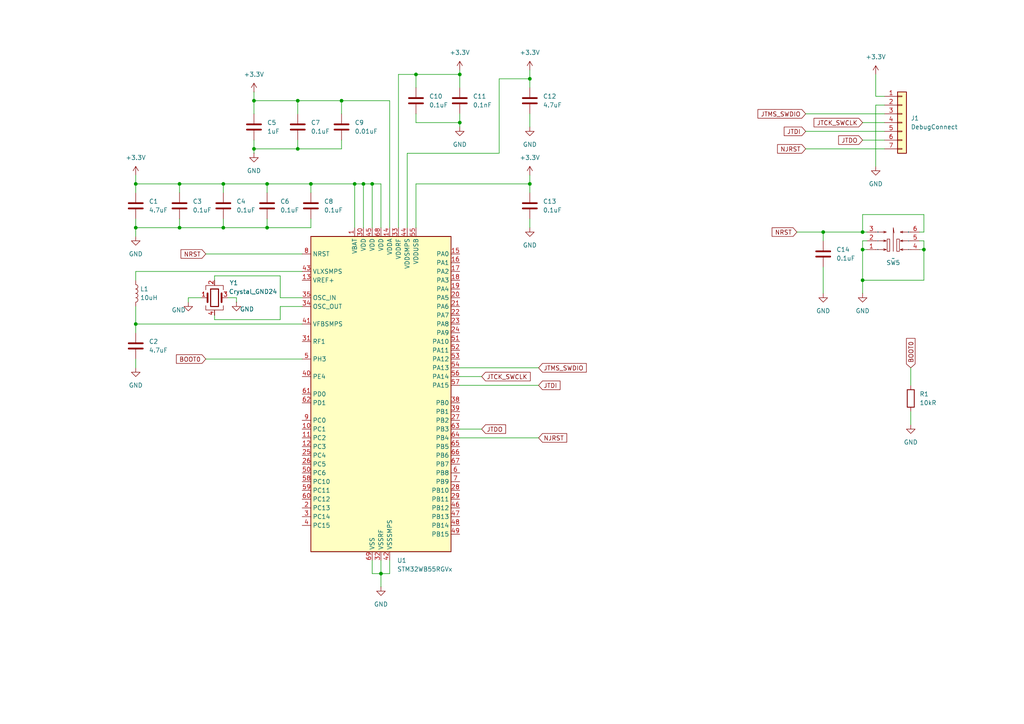
<source format=kicad_sch>
(kicad_sch (version 20250114) (generator "eeschema") (generator_version "9.0")
  (paper "A4")
  (lib_symbols
    (symbol "Connector_Generic:Conn_01x07" (pin_names (offset 1.016) (hide yes))
      (property "Reference" "J" (at 0 10.16 0))
      (property "Value" "Conn_01x07" (at 0 -10.16 0))
      (symbol "Conn_01x07_1_1"
        (rectangle (start -1.27 8.89) (end 1.27 -8.89) (stroke (width 0.254)) (fill (type background)))
        (rectangle (start -1.27 7.747) (end 0 7.493) (stroke (width 0.1524)))
        (rectangle (start -1.27 5.207) (end 0 4.953) (stroke (width 0.1524)))
        (rectangle (start -1.27 2.667) (end 0 2.413) (stroke (width 0.1524)))
        (rectangle (start -1.27 0.127) (end 0 -0.127) (stroke (width 0.1524)))
        (rectangle (start -1.27 -2.413) (end 0 -2.667) (stroke (width 0.1524)))
        (rectangle (start -1.27 -4.953) (end 0 -5.207) (stroke (width 0.1524)))
        (rectangle (start -1.27 -7.493) (end 0 -7.747) (stroke (width 0.1524)))
        (pin passive line (at -5.08 7.62 0) (length 3.81) (name "Pin_1") (number "1"))
        (pin passive line (at -5.08 5.08 0) (length 3.81) (name "Pin_2") (number "2"))
        (pin passive line (at -5.08 2.54 0) (length 3.81) (name "Pin_3") (number "3"))
        (pin passive line (at -5.08 0 0) (length 3.81) (name "Pin_4") (number "4"))
        (pin passive line (at -5.08 -2.54 0) (length 3.81) (name "Pin_5") (number "5"))
        (pin passive line (at -5.08 -5.08 0) (length 3.81) (name "Pin_6") (number "6"))
        (pin passive line (at -5.08 -7.62 0) (length 3.81) (name "Pin_7") (number "7"))
      )
    )
    (symbol "Custom_Parts:Switch_XKB5858"
      (property "Reference" "SW" (at 5.08 2.54 0))
      (symbol "Switch_XKB5858_1_0"
        (rectangle (start -3.048 1.778) (end 0.508 1.016))
        (polyline (pts (xy -3.048 0) (xy 3.81 0) (xy 3.81 0) (xy 2.286 0.254)))
        (rectangle (start -3.048 -1.016) (end 0.508 -1.778))
        (polyline (pts (xy -2.54 5.08) (xy -2.54 2.032) (xy -2.54 2.032) (xy -2.286 2.794)))
        (polyline (pts (xy -2.54 2.032) (xy -2.794 2.794)))
        (polyline (pts (xy -2.54 -2.032) (xy -2.794 -2.794)))
        (polyline (pts (xy -2.54 -5.08) (xy -2.54 -2.032) (xy -2.54 -2.032) (xy -2.286 -2.794)))
        (polyline (pts (xy 0 5.08) (xy 0 2.032) (xy 0 2.032) (xy 0.254 2.794)))
        (polyline (pts (xy 0 2.032) (xy -0.254 2.794)))
        (polyline (pts (xy 0 -2.032) (xy -0.254 -2.794)))
        (polyline (pts (xy 0 -5.08) (xy 0 -2.032) (xy 0 -2.032) (xy 0.254 -2.794)))
        (polyline (pts (xy 2.54 5.08) (xy 2.54 2.032) (xy 2.54 2.032) (xy 2.794 2.794)))
        (polyline (pts (xy 2.54 2.032) (xy 2.286 2.794)))
        (polyline (pts (xy 2.54 -2.032) (xy 2.286 -2.794)))
        (polyline (pts (xy 2.54 -5.08) (xy 2.54 -2.032) (xy 2.54 -2.032) (xy 2.794 -2.794)))
        (pin unspecified line (at -2.54 7.62 270) (length 2.54) (name "4") (number "4"))
        (pin unspecified line (at -2.54 -7.62 90) (length 2.54) (name "1") (number "1"))
        (pin unspecified line (at 0 7.62 270) (length 2.54) (name "5") (number "5"))
        (pin unspecified line (at 0 -7.62 90) (length 2.54) (name "2") (number "2"))
        (pin unspecified line (at 2.54 7.62 270) (length 2.54) (name "6") (number "6"))
        (pin unspecified line (at 2.54 -7.62 90) (length 2.54) (name "3") (number "3"))
      )
    )
    (symbol "Device:C" (pin_numbers (hide yes)) (pin_names (offset 0.254))
      (property "Reference" "C" (at 0.635 2.54 0))
      (property "Value" "C" (at 0.635 -2.54 0))
      (symbol "C_0_1"
        (polyline (pts (xy -2.032 0.762) (xy 2.032 0.762)) (stroke (width 0.508)))
        (polyline (pts (xy -2.032 -0.762) (xy 2.032 -0.762)) (stroke (width 0.508)))
      )
      (symbol "C_1_1"
        (pin passive line (at 0 3.81 270) (length 2.794) (name "~") (number "1"))
        (pin passive line (at 0 -3.81 90) (length 2.794) (name "~") (number "2"))
      )
    )
    (symbol "Device:Crystal_GND24" (pin_names (offset 1.016) (hide yes))
      (property "Reference" "Y" (at 3.175 5.08 0))
      (property "Value" "Crystal_GND24" (at 3.175 3.175 0))
      (symbol "Crystal_GND24_0_1"
        (polyline (pts (xy -2.54 2.286) (xy -2.54 3.556) (xy 2.54 3.556) (xy 2.54 2.286)))
        (polyline (pts (xy -2.54 0) (xy -2.032 0)))
        (polyline (pts (xy -2.54 -2.286) (xy -2.54 -3.556) (xy 2.54 -3.556) (xy 2.54 -2.286)))
        (polyline (pts (xy -2.032 -1.27) (xy -2.032 1.27)) (stroke (width 0.508)))
        (rectangle (start -1.143 2.54) (end 1.143 -2.54) (stroke (width 0.3048)))
        (polyline (pts (xy 0 3.556) (xy 0 3.81)))
        (polyline (pts (xy 0 -3.81) (xy 0 -3.556)))
        (polyline (pts (xy 2.032 0) (xy 2.54 0)))
        (polyline (pts (xy 2.032 -1.27) (xy 2.032 1.27)) (stroke (width 0.508)))
      )
      (symbol "Crystal_GND24_1_1"
        (pin passive line (at -3.81 0 0) (length 1.27) (name "1") (number "1"))
        (pin passive line (at 0 5.08 270) (length 1.27) (name "2") (number "2"))
        (pin passive line (at 0 -5.08 90) (length 1.27) (name "4") (number "4"))
        (pin passive line (at 3.81 0 180) (length 1.27) (name "3") (number "3"))
      )
    )
    (symbol "Device:L" (pin_numbers (hide yes)) (pin_names (offset 1.016) (hide yes))
      (property "Reference" "L" (at -1.27 0 90))
      (property "Value" "L" (at 1.905 0 90))
      (symbol "L_0_1"
        (arc (start 0 2.54) (mid 0.6323 1.905) (end 0 1.27))
        (arc (start 0 1.27) (mid 0.6323 0.635) (end 0 0))
        (arc (start 0 0) (mid 0.6323 -0.635) (end 0 -1.27))
        (arc (start 0 -1.27) (mid 0.6323 -1.905) (end 0 -2.54))
      )
      (symbol "L_1_1"
        (pin passive line (at 0 3.81 270) (length 1.27) (name "1") (number "1"))
        (pin passive line (at 0 -3.81 90) (length 1.27) (name "2") (number "2"))
      )
    )
    (symbol "Device:R" (pin_numbers (hide yes)) (pin_names (offset 0))
      (property "Reference" "R" (at 2.032 0 90))
      (property "Value" "R" (at 0 0 90))
      (symbol "R_0_1"
        (rectangle (start -1.016 -2.54) (end 1.016 2.54) (stroke (width 0.254)))
      )
      (symbol "R_1_1"
        (pin passive line (at 0 3.81 270) (length 1.27) (name "~") (number "1"))
        (pin passive line (at 0 -3.81 90) (length 1.27) (name "~") (number "2"))
      )
    )
    (symbol "MCU_ST_STM32WB:STM32WB55RGVx"
      (property "Reference" "U" (at -20.32 46.99 0))
      (property "Value" "STM32WB55RGVx" (at 12.7 46.99 0))
      (symbol "STM32WB55RGVx_0_1"
        (rectangle (start -20.32 -45.72) (end 20.32 45.72) (stroke (width 0.254)) (fill (type background)))
      )
      (symbol "STM32WB55RGVx_1_1"
        (pin input line (at -22.86 40.64 0) (length 2.54) (name "NRST") (number "8"))
        (pin power_in line (at -22.86 35.56 0) (length 2.54) (name "VLXSMPS") (number "43"))
        (pin input line (at -22.86 33.02 0) (length 2.54) (name "VREF+") (number "13"))
        (pin input line (at -22.86 27.94 0) (length 2.54) (name "OSC_IN") (number "35"))
        (pin input line (at -22.86 25.4 0) (length 2.54) (name "OSC_OUT") (number "34"))
        (pin input line (at -22.86 20.32 0) (length 2.54) (name "VFBSMPS") (number "41"))
        (pin bidirectional line (at -22.86 15.24 0) (length 2.54) (name "RF1") (number "31"))
        (pin bidirectional line (at -22.86 10.16 0) (length 2.54) (name "PH3") (number "5"))
        (pin bidirectional line (at -22.86 5.08 0) (length 2.54) (name "PE4") (number "40"))
        (pin bidirectional line (at -22.86 0 0) (length 2.54) (name "PD0") (number "61"))
        (pin bidirectional line (at -22.86 -2.54 0) (length 2.54) (name "PD1") (number "62"))
        (pin bidirectional line (at -22.86 -7.62 0) (length 2.54) (name "PC0") (number "9"))
        (pin bidirectional line (at -22.86 -10.16 0) (length 2.54) (name "PC1") (number "10"))
        (pin bidirectional line (at -22.86 -12.7 0) (length 2.54) (name "PC2") (number "11"))
        (pin bidirectional line (at -22.86 -15.24 0) (length 2.54) (name "PC3") (number "12"))
        (pin bidirectional line (at -22.86 -17.78 0) (length 2.54) (name "PC4") (number "25"))
        (pin bidirectional line (at -22.86 -20.32 0) (length 2.54) (name "PC5") (number "26"))
        (pin bidirectional line (at -22.86 -22.86 0) (length 2.54) (name "PC6") (number "50"))
        (pin bidirectional line (at -22.86 -25.4 0) (length 2.54) (name "PC10") (number "58"))
        (pin bidirectional line (at -22.86 -27.94 0) (length 2.54) (name "PC11") (number "59"))
        (pin bidirectional line (at -22.86 -30.48 0) (length 2.54) (name "PC12") (number "60"))
        (pin bidirectional line (at -22.86 -33.02 0) (length 2.54) (name "PC13") (number "2"))
        (pin bidirectional line (at -22.86 -35.56 0) (length 2.54) (name "PC14") (number "3"))
        (pin bidirectional line (at -22.86 -38.1 0) (length 2.54) (name "PC15") (number "4"))
        (pin no_connect line (at -20.32 -43.18 0) (length 2.54) (hide yes) (name "AT1") (number "37"))
        (pin no_connect line (at -20.32 -45.72 0) (length 2.54) (hide yes) (name "AT0") (number "36"))
        (pin power_in line (at -7.62 48.26 270) (length 2.54) (name "VBAT") (number "1"))
        (pin power_in line (at -5.08 48.26 270) (length 2.54) (name "VDD") (number "30"))
        (pin power_in line (at -2.54 48.26 270) (length 2.54) (name "VDD") (number "45"))
        (pin power_in line (at -2.54 -48.26 90) (length 2.54) (name "VSS") (number "69"))
        (pin power_in line (at 0 48.26 270) (length 2.54) (name "VDD") (number "68"))
        (pin power_in line (at 0 -48.26 90) (length 2.54) (name "VSSRF") (number "32"))
        (pin power_in line (at 2.54 48.26 270) (length 2.54) (name "VDDA") (number "14"))
        (pin power_in line (at 2.54 -48.26 90) (length 2.54) (name "VSSSMPS") (number "42"))
        (pin power_in line (at 5.08 48.26 270) (length 2.54) (name "VDDRF") (number "33"))
        (pin power_in line (at 7.62 48.26 270) (length 2.54) (name "VDDSMPS") (number "44"))
        (pin power_in line (at 10.16 48.26 270) (length 2.54) (name "VDDUSB") (number "55"))
        (pin bidirectional line (at 22.86 40.64 180) (length 2.54) (name "PA0") (number "15"))
        (pin bidirectional line (at 22.86 38.1 180) (length 2.54) (name "PA1") (number "16"))
        (pin bidirectional line (at 22.86 35.56 180) (length 2.54) (name "PA2") (number "17"))
        (pin bidirectional line (at 22.86 33.02 180) (length 2.54) (name "PA3") (number "18"))
        (pin bidirectional line (at 22.86 30.48 180) (length 2.54) (name "PA4") (number "19"))
        (pin bidirectional line (at 22.86 27.94 180) (length 2.54) (name "PA5") (number "20"))
        (pin bidirectional line (at 22.86 25.4 180) (length 2.54) (name "PA6") (number "21"))
        (pin bidirectional line (at 22.86 22.86 180) (length 2.54) (name "PA7") (number "22"))
        (pin bidirectional line (at 22.86 20.32 180) (length 2.54) (name "PA8") (number "23"))
        (pin bidirectional line (at 22.86 17.78 180) (length 2.54) (name "PA9") (number "24"))
        (pin bidirectional line (at 22.86 15.24 180) (length 2.54) (name "PA10") (number "51"))
        (pin bidirectional line (at 22.86 12.7 180) (length 2.54) (name "PA11") (number "52"))
        (pin bidirectional line (at 22.86 10.16 180) (length 2.54) (name "PA12") (number "53"))
        (pin bidirectional line (at 22.86 7.62 180) (length 2.54) (name "PA13") (number "54"))
        (pin bidirectional line (at 22.86 5.08 180) (length 2.54) (name "PA14") (number "56"))
        (pin bidirectional line (at 22.86 2.54 180) (length 2.54) (name "PA15") (number "57"))
        (pin bidirectional line (at 22.86 -2.54 180) (length 2.54) (name "PB0") (number "38"))
        (pin bidirectional line (at 22.86 -5.08 180) (length 2.54) (name "PB1") (number "39"))
        (pin bidirectional line (at 22.86 -7.62 180) (length 2.54) (name "PB2") (number "27"))
        (pin bidirectional line (at 22.86 -10.16 180) (length 2.54) (name "PB3") (number "63"))
        (pin bidirectional line (at 22.86 -12.7 180) (length 2.54) (name "PB4") (number "64"))
        (pin bidirectional line (at 22.86 -15.24 180) (length 2.54) (name "PB5") (number "65"))
        (pin bidirectional line (at 22.86 -17.78 180) (length 2.54) (name "PB6") (number "66"))
        (pin bidirectional line (at 22.86 -20.32 180) (length 2.54) (name "PB7") (number "67"))
        (pin bidirectional line (at 22.86 -22.86 180) (length 2.54) (name "PB8") (number "6"))
        (pin bidirectional line (at 22.86 -25.4 180) (length 2.54) (name "PB9") (number "7"))
        (pin bidirectional line (at 22.86 -27.94 180) (length 2.54) (name "PB10") (number "28"))
        (pin bidirectional line (at 22.86 -30.48 180) (length 2.54) (name "PB11") (number "29"))
        (pin bidirectional line (at 22.86 -33.02 180) (length 2.54) (name "PB12") (number "46"))
        (pin bidirectional line (at 22.86 -35.56 180) (length 2.54) (name "PB13") (number "47"))
        (pin bidirectional line (at 22.86 -38.1 180) (length 2.54) (name "PB14") (number "48"))
        (pin bidirectional line (at 22.86 -40.64 180) (length 2.54) (name "PB15") (number "49"))
      )
    )
    (symbol "power:+3.3V" (power) (pin_numbers (hide yes)) (pin_names (offset 0) (hide yes))
      (property "Value" "+3.3V" (at 0 3.556 0))
      (symbol "+3.3V_0_1"
        (polyline (pts (xy -0.762 1.27) (xy 0 2.54)))
        (polyline (pts (xy 0 2.54) (xy 0.762 1.27)))
        (polyline (pts (xy 0 0) (xy 0 2.54)))
      )
      (symbol "+3.3V_1_1"
        (pin power_in line (at 0 0 90) (length 0) (name "~") (number "1"))
      )
    )
    (symbol "power:GND" (power) (pin_numbers (hide yes)) (pin_names (offset 0) (hide yes))
      (property "Value" "GND" (at 0 -3.81 0))
      (symbol "GND_0_1"
        (polyline (pts (xy 0 0) (xy 0 -1.27) (xy 1.27 -1.27) (xy 0 -2.54) (xy -1.27 -1.27) (xy 0 -1.27)))
      )
      (symbol "GND_1_1"
        (pin power_in line (at 0 0 270) (length 0) (name "~") (number "1"))
      )
    )
  )
  (junction (at 77.47 53.34))
  (junction (at 120.65 21.59))
  (junction (at 52.07 53.34))
  (junction (at 238.76 67.31))
  (junction (at 153.67 53.34))
  (junction (at 64.77 53.34))
  (junction (at 250.19 72.39))
  (junction (at 73.66 29.21))
  (junction (at 102.87 53.34))
  (junction (at 133.35 35.56))
  (junction (at 86.36 29.21))
  (junction (at 250.19 67.31))
  (junction (at 86.36 43.18))
  (junction (at 133.35 21.59))
  (junction (at 110.49 166.37))
  (junction (at 39.37 93.98))
  (junction (at 39.37 53.34))
  (junction (at 64.77 66.04))
  (junction (at 73.66 43.18))
  (junction (at 90.17 53.34))
  (junction (at 267.97 72.39))
  (junction (at 153.67 22.86))
  (junction (at 52.07 66.04))
  (junction (at 99.06 29.21))
  (junction (at 107.95 53.34))
  (junction (at 250.19 81.28))
  (junction (at 39.37 66.04))
  (junction (at 77.47 66.04))
  (junction (at 105.41 53.34))
  (wire (pts (xy 133.35 106.68) (xy 156.21 106.68)))
  (wire (pts (xy 120.65 33.02) (xy 120.65 35.56)))
  (wire (pts (xy 264.16 106.68) (xy 264.16 111.76)))
  (wire (pts (xy 267.97 67.31) (xy 267.97 62.23)))
  (wire (pts (xy 99.06 40.64) (xy 99.06 43.18)))
  (wire (pts (xy 66.04 86.36) (xy 68.58 86.36)))
  (wire (pts (xy 39.37 88.9) (xy 39.37 93.98)))
  (wire (pts (xy 62.23 92.71) (xy 81.28 92.71)))
  (wire (pts (xy 39.37 104.14) (xy 39.37 106.68)))
  (wire (pts (xy 39.37 50.8) (xy 39.37 53.34)))
  (wire (pts (xy 113.03 166.37) (xy 113.03 162.56)))
  (wire (pts (xy 73.66 43.18) (xy 73.66 44.45)))
  (wire (pts (xy 120.65 21.59) (xy 120.65 25.4)))
  (wire (pts (xy 86.36 40.64) (xy 86.36 43.18)))
  (wire (pts (xy 238.76 77.47) (xy 238.76 85.09)))
  (wire (pts (xy 87.63 86.36) (xy 81.28 86.36)))
  (wire (pts (xy 133.35 109.22) (xy 139.7 109.22)))
  (wire (pts (xy 52.07 53.34) (xy 64.77 53.34)))
  (wire (pts (xy 73.66 26.67) (xy 73.66 29.21)))
  (wire (pts (xy 254 21.59) (xy 254 27.94)))
  (wire (pts (xy 73.66 29.21) (xy 73.66 33.02)))
  (wire (pts (xy 68.58 86.36) (xy 68.58 87.63)))
  (wire (pts (xy 267.97 81.28) (xy 267.97 72.39)))
  (wire (pts (xy 256.54 33.02) (xy 233.68 33.02)))
  (wire (pts (xy 90.17 53.34) (xy 90.17 55.88)))
  (wire (pts (xy 64.77 63.5) (xy 64.77 66.04)))
  (wire (pts (xy 107.95 53.34) (xy 107.95 66.04)))
  (wire (pts (xy 52.07 66.04) (xy 64.77 66.04)))
  (wire (pts (xy 87.63 93.98) (xy 39.37 93.98)))
  (wire (pts (xy 133.35 36.83) (xy 133.35 35.56)))
  (wire (pts (xy 144.78 22.86) (xy 153.67 22.86)))
  (wire (pts (xy 251.46 69.85) (xy 250.19 69.85)))
  (wire (pts (xy 113.03 29.21) (xy 113.03 66.04)))
  (wire (pts (xy 73.66 40.64) (xy 73.66 43.18)))
  (wire (pts (xy 99.06 29.21) (xy 113.03 29.21)))
  (wire (pts (xy 39.37 53.34) (xy 52.07 53.34)))
  (wire (pts (xy 110.49 166.37) (xy 110.49 170.18)))
  (wire (pts (xy 256.54 30.48) (xy 254 30.48)))
  (wire (pts (xy 81.28 86.36) (xy 81.28 80.01)))
  (wire (pts (xy 250.19 67.31) (xy 251.46 67.31)))
  (wire (pts (xy 81.28 88.9) (xy 87.63 88.9)))
  (wire (pts (xy 250.19 81.28) (xy 250.19 72.39)))
  (wire (pts (xy 133.35 33.02) (xy 133.35 35.56)))
  (wire (pts (xy 64.77 53.34) (xy 64.77 55.88)))
  (wire (pts (xy 77.47 53.34) (xy 77.47 55.88)))
  (wire (pts (xy 102.87 53.34) (xy 102.87 66.04)))
  (wire (pts (xy 256.54 27.94) (xy 254 27.94)))
  (wire (pts (xy 102.87 53.34) (xy 105.41 53.34)))
  (wire (pts (xy 133.35 25.4) (xy 133.35 21.59)))
  (wire (pts (xy 86.36 29.21) (xy 86.36 33.02)))
  (wire (pts (xy 54.61 86.36) (xy 58.42 86.36)))
  (wire (pts (xy 254 30.48) (xy 254 48.26)))
  (wire (pts (xy 153.67 53.34) (xy 153.67 55.88)))
  (wire (pts (xy 62.23 91.44) (xy 62.23 92.71)))
  (wire (pts (xy 86.36 29.21) (xy 99.06 29.21)))
  (wire (pts (xy 266.7 67.31) (xy 267.97 67.31)))
  (wire (pts (xy 86.36 43.18) (xy 73.66 43.18)))
  (wire (pts (xy 120.65 35.56) (xy 133.35 35.56)))
  (wire (pts (xy 90.17 53.34) (xy 102.87 53.34)))
  (wire (pts (xy 133.35 111.76) (xy 156.21 111.76)))
  (wire (pts (xy 153.67 22.86) (xy 153.67 25.4)))
  (wire (pts (xy 105.41 53.34) (xy 107.95 53.34)))
  (wire (pts (xy 153.67 33.02) (xy 153.67 36.83)))
  (wire (pts (xy 59.69 73.66) (xy 87.63 73.66)))
  (wire (pts (xy 52.07 53.34) (xy 52.07 55.88)))
  (wire (pts (xy 107.95 162.56) (xy 107.95 166.37)))
  (wire (pts (xy 39.37 93.98) (xy 39.37 96.52)))
  (wire (pts (xy 110.49 162.56) (xy 110.49 166.37)))
  (wire (pts (xy 250.19 72.39) (xy 251.46 72.39)))
  (wire (pts (xy 64.77 66.04) (xy 77.47 66.04)))
  (wire (pts (xy 266.7 72.39) (xy 267.97 72.39)))
  (wire (pts (xy 238.76 67.31) (xy 238.76 69.85)))
  (wire (pts (xy 115.57 66.04) (xy 115.57 21.59)))
  (wire (pts (xy 153.67 20.32) (xy 153.67 22.86)))
  (wire (pts (xy 120.65 53.34) (xy 153.67 53.34)))
  (wire (pts (xy 62.23 80.01) (xy 62.23 81.28)))
  (wire (pts (xy 81.28 80.01) (xy 62.23 80.01)))
  (wire (pts (xy 267.97 62.23) (xy 250.19 62.23)))
  (wire (pts (xy 115.57 21.59) (xy 120.65 21.59)))
  (wire (pts (xy 39.37 66.04) (xy 52.07 66.04)))
  (wire (pts (xy 153.67 63.5) (xy 153.67 66.04)))
  (wire (pts (xy 107.95 53.34) (xy 110.49 53.34)))
  (wire (pts (xy 267.97 72.39) (xy 267.97 69.85)))
  (wire (pts (xy 99.06 29.21) (xy 99.06 33.02)))
  (wire (pts (xy 39.37 63.5) (xy 39.37 66.04)))
  (wire (pts (xy 120.65 66.04) (xy 120.65 53.34)))
  (wire (pts (xy 99.06 43.18) (xy 86.36 43.18)))
  (wire (pts (xy 153.67 50.8) (xy 153.67 53.34)))
  (wire (pts (xy 264.16 119.38) (xy 264.16 123.19)))
  (wire (pts (xy 73.66 29.21) (xy 86.36 29.21)))
  (wire (pts (xy 231.14 67.31) (xy 238.76 67.31)))
  (wire (pts (xy 256.54 40.64) (xy 250.19 40.64)))
  (wire (pts (xy 81.28 92.71) (xy 81.28 88.9)))
  (wire (pts (xy 118.11 44.45) (xy 144.78 44.45)))
  (wire (pts (xy 250.19 72.39) (xy 250.19 69.85)))
  (wire (pts (xy 77.47 63.5) (xy 77.47 66.04)))
  (wire (pts (xy 105.41 53.34) (xy 105.41 66.04)))
  (wire (pts (xy 110.49 166.37) (xy 113.03 166.37)))
  (wire (pts (xy 256.54 38.1) (xy 233.68 38.1)))
  (wire (pts (xy 133.35 124.46) (xy 139.7 124.46)))
  (wire (pts (xy 118.11 66.04) (xy 118.11 44.45)))
  (wire (pts (xy 64.77 53.34) (xy 77.47 53.34)))
  (wire (pts (xy 52.07 63.5) (xy 52.07 66.04)))
  (wire (pts (xy 256.54 35.56) (xy 250.19 35.56)))
  (wire (pts (xy 59.69 104.14) (xy 87.63 104.14)))
  (wire (pts (xy 250.19 81.28) (xy 267.97 81.28)))
  (wire (pts (xy 39.37 78.74) (xy 39.37 81.28)))
  (wire (pts (xy 77.47 66.04) (xy 90.17 66.04)))
  (wire (pts (xy 250.19 85.09) (xy 250.19 81.28)))
  (wire (pts (xy 238.76 67.31) (xy 250.19 67.31)))
  (wire (pts (xy 110.49 66.04) (xy 110.49 53.34)))
  (wire (pts (xy 54.61 87.63) (xy 54.61 86.36)))
  (wire (pts (xy 266.7 69.85) (xy 267.97 69.85)))
  (wire (pts (xy 133.35 21.59) (xy 120.65 21.59)))
  (wire (pts (xy 107.95 166.37) (xy 110.49 166.37)))
  (wire (pts (xy 250.19 62.23) (xy 250.19 67.31)))
  (wire (pts (xy 77.47 53.34) (xy 90.17 53.34)))
  (wire (pts (xy 87.63 78.74) (xy 39.37 78.74)))
  (wire (pts (xy 256.54 43.18) (xy 233.68 43.18)))
  (wire (pts (xy 133.35 20.32) (xy 133.35 21.59)))
  (wire (pts (xy 39.37 66.04) (xy 39.37 68.58)))
  (wire (pts (xy 39.37 55.88) (xy 39.37 53.34)))
  (wire (pts (xy 133.35 127) (xy 156.21 127)))
  (wire (pts (xy 144.78 44.45) (xy 144.78 22.86)))
  (wire (pts (xy 90.17 66.04) (xy 90.17 63.5)))
  (global_label "NRST" (shape input) (at 59.69 73.66 180) (property "Intersheetrefs" "${INTERSHEET_REFS}" (effects (hide yes))))
  (global_label "JTMS_SWDIO" (shape input) (at 233.68 33.02 180) (property "Intersheetrefs" "${INTERSHEET_REFS}" (effects (hide yes))))
  (global_label "JTDI" (shape input) (at 156.21 111.76 0) (property "Intersheetrefs" "${INTERSHEET_REFS}" (effects (hide yes))))
  (global_label "NRST" (shape input) (at 231.14 67.31 180) (property "Intersheetrefs" "${INTERSHEET_REFS}" (effects (hide yes))))
  (global_label "JTCK_SWCLK" (shape input) (at 139.7 109.22 0) (property "Intersheetrefs" "${INTERSHEET_REFS}" (effects (hide yes))))
  (global_label "NJRST" (shape input) (at 233.68 43.18 180) (property "Intersheetrefs" "${INTERSHEET_REFS}" (effects (hide yes))))
  (global_label "JTDO" (shape input) (at 139.7 124.46 0) (property "Intersheetrefs" "${INTERSHEET_REFS}" (effects (hide yes))))
  (global_label "BOOT0" (shape input) (at 264.16 106.68 90) (property "Intersheetrefs" "${INTERSHEET_REFS}" (effects (hide yes))))
  (global_label "JTCK_SWCLK" (shape input) (at 250.19 35.56 180) (property "Intersheetrefs" "${INTERSHEET_REFS}" (effects (hide yes))))
  (global_label "BOOT0" (shape input) (at 59.69 104.14 180) (property "Intersheetrefs" "${INTERSHEET_REFS}" (effects (hide yes))))
  (global_label "NJRST" (shape input) (at 156.21 127 0) (property "Intersheetrefs" "${INTERSHEET_REFS}" (effects (hide yes))))
  (global_label "JTDI" (shape input) (at 233.68 38.1 180) (property "Intersheetrefs" "${INTERSHEET_REFS}" (effects (hide yes))))
  (global_label "JTDO" (shape input) (at 250.19 40.64 180) (property "Intersheetrefs" "${INTERSHEET_REFS}" (effects (hide yes))))
  (global_label "JTMS_SWDIO" (shape input) (at 156.21 106.68 0) (property "Intersheetrefs" "${INTERSHEET_REFS}" (effects (hide yes))))
  (symbol (lib_id "Device:C") (at 99.06 36.83 0) (unit 1)
    (property "Reference" "C9" (at 102.87 35.5599 0) (effects (justify left)))
    (property "Value" "0.01uF" (at 102.87 38.0999 0) (effects (justify left)))
    (property "Footprint" "Capacitor_SMD:C_0805_2012Metric" (effects (hide yes)))
    (property "Description" "Unpolarized capacitor" (effects (hide yes)))
    (property "LSCS" "C1710" (effects (hide yes)))
  )
  (symbol (lib_id "Device:C") (at 52.07 59.69 0) (unit 1)
    (property "Reference" "C3" (at 55.88 58.4199 0) (effects (justify left)))
    (property "Value" "0.1uF" (at 55.88 60.9599 0) (effects (justify left)))
    (property "Footprint" "Capacitor_SMD:C_0805_2012Metric" (effects (hide yes)))
    (property "Description" "Unpolarized capacitor" (effects (hide yes)))
    (property "LSCS" "C49678" (effects (hide yes)))
  )
  (symbol (lib_id "power:GND") (at 110.49 170.18 0) (mirror y) (unit 1)
    (property "Reference" "#PWR08" (effects (hide yes)))
    (property "Value" "GND" (at 110.49 175.26 0))
    (property "Description" "Power symbol creates a global label with name \"GND\" , ground" (effects (hide yes)))
  )
  (symbol (lib_id "Connector_Generic:Conn_01x07") (at 261.62 35.56 0) (unit 1)
    (property "Reference" "J1" (at 264.16 34.2899 0) (effects (justify left)))
    (property "Value" "DebugConnect" (at 264.16 36.8299 0) (effects (justify left)))
    (property "Footprint" "Connector_PinHeader_2.54mm:PinHeader_1x07_P2.54mm_Vertical" (effects (hide yes)))
    (property "Description" "Generic connector, single row, 01x07, script generated (kicad-library-utils/schlib/autogen/connector/)" (effects (hide yes)))
    (property "LCSC" "C492406" (effects (hide yes)))
  )
  (symbol (lib_id "power:+3.3V") (at 153.67 50.8 0) (unit 1)
    (property "Reference" "#PWR013" (effects (hide yes)))
    (property "Value" "+3.3V" (at 153.67 45.72 0))
    (property "Description" "Power symbol creates a global label with name \"+3.3V\"" (effects (hide yes)))
  )
  (symbol (lib_id "Device:C") (at 39.37 100.33 0) (unit 1)
    (property "Reference" "C2" (at 43.18 99.0599 0) (effects (justify left)))
    (property "Value" "4.7uF" (at 43.18 101.5999 0) (effects (justify left)))
    (property "Footprint" "Capacitor_SMD:C_0805_2012Metric" (effects (hide yes)))
    (property "Description" "Unpolarized capacitor" (effects (hide yes)))
    (property "LSCS" "C1779" (effects (hide yes)))
  )
  (symbol (lib_id "Device:C") (at 120.65 29.21 0) (unit 1)
    (property "Reference" "C10" (at 124.46 27.9399 0) (effects (justify left)))
    (property "Value" "0.1uF" (at 124.46 30.4799 0) (effects (justify left)))
    (property "Footprint" "Capacitor_SMD:C_0805_2012Metric" (effects (hide yes)))
    (property "Description" "Unpolarized capacitor" (effects (hide yes)))
    (property "LSCS" "C49678" (effects (hide yes)))
  )
  (symbol (lib_id "Device:L") (at 39.37 85.09 0) (unit 1)
    (property "Reference" "L1" (at 40.64 83.8199 0) (effects (justify left)))
    (property "Value" "10uH" (at 40.64 86.3599 0) (effects (justify left)))
    (property "Footprint" "Custom_Parts:L0805" (effects (hide yes)))
    (property "Description" "Inductor" (effects (hide yes)))
    (property "LSCS" "C404749" (effects (hide yes)))
  )
  (symbol (lib_id "power:GND") (at 254 48.26 0) (unit 1)
    (property "Reference" "#PWR018" (effects (hide yes)))
    (property "Value" "GND" (at 254 53.34 0))
    (property "Description" "Power symbol creates a global label with name \"GND\" , ground" (effects (hide yes)))
  )
  (symbol (lib_id "power:GND") (at 153.67 36.83 0) (mirror y) (unit 1)
    (property "Reference" "#PWR012" (effects (hide yes)))
    (property "Value" "GND" (at 153.67 41.91 0))
    (property "Description" "Power symbol creates a global label with name \"GND\" , ground" (effects (hide yes)))
  )
  (symbol (lib_id "power:GND") (at 133.35 36.83 0) (mirror y) (unit 1)
    (property "Reference" "#PWR010" (effects (hide yes)))
    (property "Value" "GND" (at 133.35 41.91 0))
    (property "Description" "Power symbol creates a global label with name \"GND\" , ground" (effects (hide yes)))
  )
  (symbol (lib_id "power:GND") (at 264.16 123.19 0) (mirror y) (unit 1)
    (property "Reference" "#PWR019" (effects (hide yes)))
    (property "Value" "GND" (at 264.16 128.27 0))
    (property "Description" "Power symbol creates a global label with name \"GND\" , ground" (effects (hide yes)))
  )
  (symbol (lib_id "Device:C") (at 73.66 36.83 0) (unit 1)
    (property "Reference" "C5" (at 77.47 35.5599 0) (effects (justify left)))
    (property "Value" "1uF" (at 77.47 38.0999 0) (effects (justify left)))
    (property "Footprint" "Capacitor_SMD:C_0805_2012Metric" (effects (hide yes)))
    (property "Description" "Unpolarized capacitor" (effects (hide yes)))
    (property "LSCS" "C28323" (effects (hide yes)))
  )
  (symbol (lib_id "power:+3.3V") (at 39.37 50.8 0) (unit 1)
    (property "Reference" "#PWR01" (effects (hide yes)))
    (property "Value" "+3.3V" (at 39.37 45.72 0))
    (property "Description" "Power symbol creates a global label with name \"+3.3V\"" (effects (hide yes)))
  )
  (symbol (lib_id "Custom_Parts:Switch_XKB5858") (at 259.08 69.85 270) (mirror x) (unit 1)
    (property "Reference" "SW5" (at 259.08 76.2 90))
    (property "Value" "~" (at 259.08 74.93 90))
    (property "Footprint" "Custom_Parts:Switch_XKB5858" (effects (hide yes)))
    (property "Datasheet" "https://item.szlcsc.com/datasheet/XKB5858-W-TP-75/724371.html" (effects (hide yes)))
    (property "Description" "Self Lock / No Lock:Non-Latching Actuator Style:Square Button Mounting Type:Surface Mount,Vertical Contact Current:100mA Voltage Rating:30V Actuator/Cap Color:White With Lamp:Without Termination Style:SMD(SMT) Tab Operating Force:1.6N Operating Temperatur" (effects (hide yes)))
    (property "Manufacturer Part" "XKB5858-W-TP-75" (effects (hide yes)))
    (property "Manufacturer" "XKB Connection(中国星坤)" (effects (hide yes)))
    (property "Supplier Part" "C692488" (effects (hide yes)))
    (property "Supplier" "LCSC" (effects (hide yes)))
    (property "LCSC Part Name" "按键开关5.8*按键开关5.8贴片无锁开关 平头" (effects (hide yes)))
    (property "LCSC" "C692488" (effects (hide yes)))
  )
  (symbol (lib_id "power:GND") (at 250.19 85.09 0) (mirror y) (unit 1)
    (property "Reference" "#PWR016" (effects (hide yes)))
    (property "Value" "GND" (at 250.19 90.17 0))
    (property "Description" "Power symbol creates a global label with name \"GND\" , ground" (effects (hide yes)))
  )
  (symbol (lib_id "Device:C") (at 238.76 73.66 0) (unit 1)
    (property "Reference" "C14" (at 242.57 72.3899 0) (effects (justify left)))
    (property "Value" "0.1uF" (at 242.57 74.9299 0) (effects (justify left)))
    (property "Footprint" "Capacitor_SMD:C_0805_2012Metric" (effects (hide yes)))
    (property "Description" "Unpolarized capacitor" (effects (hide yes)))
    (property "LSCS" "C49678" (effects (hide yes)))
  )
  (symbol (lib_id "power:GND") (at 54.61 87.63 0) (mirror y) (unit 1)
    (property "Reference" "#PWR04" (effects (hide yes)))
    (property "Value" "GND" (at 51.816 89.916 0))
    (property "Description" "Power symbol creates a global label with name \"GND\" , ground" (effects (hide yes)))
  )
  (symbol (lib_id "Device:C") (at 153.67 29.21 0) (unit 1)
    (property "Reference" "C12" (at 157.48 27.9399 0) (effects (justify left)))
    (property "Value" "4.7uF" (at 157.48 30.4799 0) (effects (justify left)))
    (property "Footprint" "Capacitor_SMD:C_0805_2012Metric" (effects (hide yes)))
    (property "Description" "Unpolarized capacitor" (effects (hide yes)))
    (property "LSCS" "C1779" (effects (hide yes)))
  )
  (symbol (lib_id "power:GND") (at 153.67 66.04 0) (mirror y) (unit 1)
    (property "Reference" "#PWR014" (effects (hide yes)))
    (property "Value" "GND" (at 153.67 71.12 0))
    (property "Description" "Power symbol creates a global label with name \"GND\" , ground" (effects (hide yes)))
  )
  (symbol (lib_id "Device:R") (at 264.16 115.57 0) (unit 1)
    (property "Reference" "R1" (at 266.7 114.2999 0) (effects (justify left)))
    (property "Value" "10kR" (at 266.7 116.8399 0) (effects (justify left)))
    (property "Footprint" "Resistor_SMD:R_0805_2012Metric" (effects (hide yes)))
    (property "Description" "Resistor" (effects (hide yes)))
    (property "LCSC" "C17414" (effects (hide yes)))
  )
  (symbol (lib_id "MCU_ST_STM32WB:STM32WB55RGVx") (at 110.49 114.3 0) (unit 1)
    (property "Reference" "U1" (at 115.1733 162.56 0) (effects (justify left)))
    (property "Value" "STM32WB55RGVx" (at 115.1733 165.1 0) (effects (justify left)))
    (property "Footprint" "Package_DFN_QFN:QFN-68-1EP_8x8mm_P0.4mm_EP6.4x6.4mm" (effects (hide yes)))
    (property "Datasheet" "https://www.st.com/resource/en/datasheet/stm32wb55rg.pdf" (effects (hide yes)))
    (property "Description" "STMicroelectronics Arm Cortex-M4 MCU, 1024KB flash, 256KB RAM, 64 MHz, 1.71-3.6V, 49 GPIO, VFQFPN68" (effects (hide yes)))
    (property "LCSC" "C401505" (effects (hide yes)))
  )
  (symbol (lib_id "Device:C") (at 90.17 59.69 0) (unit 1)
    (property "Reference" "C8" (at 93.98 58.4199 0) (effects (justify left)))
    (property "Value" "0.1uF" (at 93.98 60.9599 0) (effects (justify left)))
    (property "Footprint" "Capacitor_SMD:C_0805_2012Metric" (effects (hide yes)))
    (property "Description" "Unpolarized capacitor" (effects (hide yes)))
    (property "LSCS" "C49678" (effects (hide yes)))
  )
  (symbol (lib_id "power:GND") (at 73.66 44.45 0) (mirror y) (unit 1)
    (property "Reference" "#PWR07" (effects (hide yes)))
    (property "Value" "GND" (at 73.66 49.53 0))
    (property "Description" "Power symbol creates a global label with name \"GND\" , ground" (effects (hide yes)))
  )
  (symbol (lib_id "power:+3.3V") (at 254 21.59 0) (unit 1)
    (property "Reference" "#PWR017" (effects (hide yes)))
    (property "Value" "+3.3V" (at 254 16.51 0))
    (property "Description" "Power symbol creates a global label with name \"+3.3V\"" (effects (hide yes)))
  )
  (symbol (lib_id "power:+3.3V") (at 153.67 20.32 0) (unit 1)
    (property "Reference" "#PWR011" (effects (hide yes)))
    (property "Value" "+3.3V" (at 153.67 15.24 0))
    (property "Description" "Power symbol creates a global label with name \"+3.3V\"" (effects (hide yes)))
  )
  (symbol (lib_id "power:+3.3V") (at 133.35 20.32 0) (unit 1)
    (property "Reference" "#PWR09" (effects (hide yes)))
    (property "Value" "+3.3V" (at 133.35 15.24 0))
    (property "Description" "Power symbol creates a global label with name \"+3.3V\"" (effects (hide yes)))
  )
  (symbol (lib_id "Device:Crystal_GND24") (at 62.23 86.36 0) (unit 1)
    (property "Reference" "Y1" (at 67.818 82.042 0))
    (property "Value" "Crystal_GND24" (at 73.406 84.582 0))
    (property "Footprint" "Custom_Parts:CRYSTAL-SMD_4P" (effects (hide yes)))
    (property "Description" "Four pin crystal, GND on pins 2 and 4" (effects (hide yes)))
    (property "LSCS" "C2965582" (effects (hide yes)))
  )
  (symbol (lib_id "power:GND") (at 68.58 87.63 0) (mirror y) (unit 1)
    (property "Reference" "#PWR05" (effects (hide yes)))
    (property "Value" "GND" (at 71.628 89.662 0))
    (property "Description" "Power symbol creates a global label with name \"GND\" , ground" (effects (hide yes)))
  )
  (symbol (lib_id "power:GND") (at 39.37 106.68 0) (mirror y) (unit 1)
    (property "Reference" "#PWR03" (effects (hide yes)))
    (property "Value" "GND" (at 39.37 111.76 0))
    (property "Description" "Power symbol creates a global label with name \"GND\" , ground" (effects (hide yes)))
  )
  (symbol (lib_id "Device:C") (at 153.67 59.69 0) (unit 1)
    (property "Reference" "C13" (at 157.48 58.4199 0) (effects (justify left)))
    (property "Value" "0.1uF" (at 157.48 60.9599 0) (effects (justify left)))
    (property "Footprint" "Capacitor_SMD:C_0805_2012Metric" (effects (hide yes)))
    (property "Description" "Unpolarized capacitor" (effects (hide yes)))
    (property "LSCS" "C49678" (effects (hide yes)))
  )
  (symbol (lib_id "Device:C") (at 64.77 59.69 0) (unit 1)
    (property "Reference" "C4" (at 68.58 58.4199 0) (effects (justify left)))
    (property "Value" "0.1uF" (at 68.58 60.9599 0) (effects (justify left)))
    (property "Footprint" "Capacitor_SMD:C_0805_2012Metric" (effects (hide yes)))
    (property "Description" "Unpolarized capacitor" (effects (hide yes)))
    (property "LSCS" "C49678" (effects (hide yes)))
  )
  (symbol (lib_id "power:GND") (at 238.76 85.09 0) (mirror y) (unit 1)
    (property "Reference" "#PWR015" (effects (hide yes)))
    (property "Value" "GND" (at 238.76 90.17 0))
    (property "Description" "Power symbol creates a global label with name \"GND\" , ground" (effects (hide yes)))
  )
  (symbol (lib_id "Device:C") (at 86.36 36.83 0) (unit 1)
    (property "Reference" "C7" (at 90.17 35.5599 0) (effects (justify left)))
    (property "Value" "0.1uF" (at 90.17 38.0999 0) (effects (justify left)))
    (property "Footprint" "Capacitor_SMD:C_0805_2012Metric" (effects (hide yes)))
    (property "Description" "Unpolarized capacitor" (effects (hide yes)))
    (property "LSCS" "C49678" (effects (hide yes)))
  )
  (symbol (lib_id "Device:C") (at 133.35 29.21 0) (unit 1)
    (property "Reference" "C11" (at 137.16 27.9399 0) (effects (justify left)))
    (property "Value" "0.1nF" (at 137.16 30.4799 0) (effects (justify left)))
    (property "Footprint" "Capacitor_SMD:C_0805_2012Metric" (effects (hide yes)))
    (property "Description" "Unpolarized capacitor" (effects (hide yes)))
    (property "LSCS" "C1790" (effects (hide yes)))
  )
  (symbol (lib_id "Device:C") (at 77.47 59.69 0) (unit 1)
    (property "Reference" "C6" (at 81.28 58.4199 0) (effects (justify left)))
    (property "Value" "0.1uF" (at 81.28 60.9599 0) (effects (justify left)))
    (property "Footprint" "Capacitor_SMD:C_0805_2012Metric" (effects (hide yes)))
    (property "Description" "Unpolarized capacitor" (effects (hide yes)))
    (property "LSCS" "C49678" (effects (hide yes)))
  )
  (symbol (lib_id "power:GND") (at 39.37 68.58 0) (mirror y) (unit 1)
    (property "Reference" "#PWR02" (effects (hide yes)))
    (property "Value" "GND" (at 39.37 73.66 0))
    (property "Description" "Power symbol creates a global label with name \"GND\" , ground" (effects (hide yes)))
  )
  (symbol (lib_id "Device:C") (at 39.37 59.69 0) (unit 1)
    (property "Reference" "C1" (at 43.18 58.4199 0) (effects (justify left)))
    (property "Value" "4.7uF" (at 43.18 60.9599 0) (effects (justify left)))
    (property "Footprint" "Capacitor_SMD:C_0805_2012Metric" (effects (hide yes)))
    (property "Description" "Unpolarized capacitor" (effects (hide yes)))
    (property "LSCS" "C1779" (effects (hide yes)))
  )
  (symbol (lib_id "power:+3.3V") (at 73.66 26.67 0) (unit 1)
    (property "Reference" "#PWR06" (effects (hide yes)))
    (property "Value" "+3.3V" (at 73.66 21.59 0))
    (property "Description" "Power symbol creates a global label with name \"+3.3V\"" (effects (hide yes)))
  )
)
</source>
